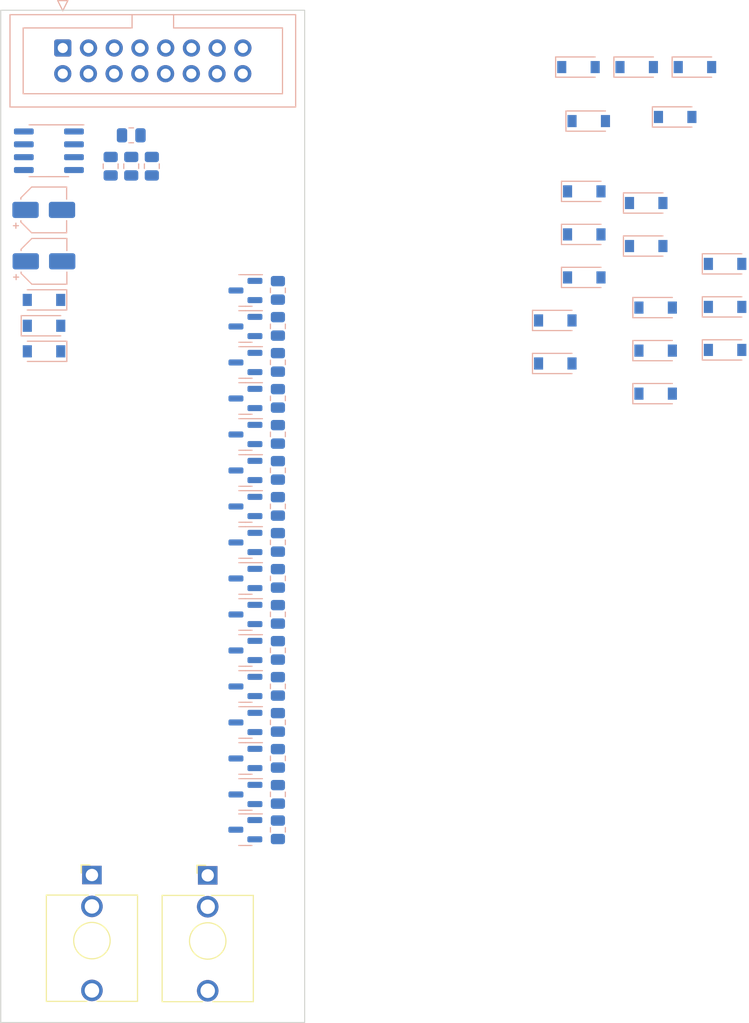
<source format=kicad_pcb>
(kicad_pcb (version 20211014) (generator pcbnew)
  (layers (0 "F.Cu" signal) (31 "B.Cu" signal) (34 "B.Paste" user) (35 "F.Paste" user) (36 "B.SilkS" user "B.Silkscreen") (37 "F.SilkS" user "F.Silkscreen") (38 "B.Mask" user) (39 "F.Mask" user) (44 "Edge.Cuts" user))
  (net 0 "")
  (net 1 "Net-(C1-Pad1)")
  (net 2 "Net-(C1-Pad2)")
  (net 3 "Net-(C2-Pad1)")
  (net 4 "GND")
  (net 5 "Net-(D3-Pad1)")
  (net 6 "Net-(D4-Pad1)")
  (net 7 "Net-(D5-Pad1)")
  (net 8 "Net-(D6-Pad1)")
  (net 9 "Net-(D7-Pad1)")
  (net 10 "Net-(D10-Pad2)")
  (net 11 "Net-(D9-Pad1)")
  (net 12 "Net-(D10-Pad1)")
  (net 13 "Net-(D12-Pad1)")
  (net 14 "Net-(D14-Pad1)")
  (net 15 "Net-(D16-Pad1)")
  (net 16 "Net-(D18-Pad1)")
  (net 17 "Net-(D20-Pad1)")
  (net 18 "Net-(D22-Pad1)")
  (net 19 "Net-(D24-Pad1)")
  (net 20 "Net-(D26-Pad1)")
  (net 21 "Net-(D28-Pad1)")
  (net 22 "Net-(D30-Pad1)")
  (net 23 "Net-(D32-Pad1)")
  (net 24 "IN")
  (net 25 "Net-(R1-Pad1)")
  (net 26 "Net-(R2-Pad2)")
  (net 27 "+5V")
  (net 28 "-12V")
  (net 29 "+12V")
  (net 35 "LED2")
  (net 36 "LED3")
  (net 37 "LED4")
  (net 38 "LED5")
  (net 39 "LED1")
  (net 40 "LED0")
  (net 41 "LED6")
  (net 42 "LED7")
  (net 43 "LED8")
  (net 44 "LED9")
  (net 45 "LED12")
  (net 46 "LED13")
  (net 47 "LED14")
  (net 48 "LED15")
  (net 49 "LED11")
  (net 50 "LED10")
  (net 51 "Net-(R20-Pad1)")
  (net 52 "Net-(R22-Pad1)")
  (net 53 "Net-(R4-Pad1)")
  (net 54 "Net-(R24-Pad1)")
  (net 55 "Net-(R6-Pad1)")
  (net 56 "Net-(R26-Pad1)")
  (net 57 "Net-(R8-Pad1)")
  (net 58 "Net-(R28-Pad1)")
  (net 59 "Net-(R10-Pad1)")
  (net 60 "Net-(R30-Pad1)")
  (net 61 "Net-(R12-Pad1)")
  (net 62 "Net-(R32-Pad1)")
  (net 63 "Net-(R14-Pad1)")
  (net 64 "Net-(R34-Pad1)")
  (net 65 "Net-(R16-Pad1)")
  (net 66 "Net-(R18-Pad1)")
  (footprint "LIBRARY-8-bit-computer:3.5mm-mono-jack-eurorack-2" (layer "F.Cu") (at 63.43 150.032)
    (fp_text reference "J1" hide)
    (fp_text value "AudioJack2_Ground" hide)
    (fp_line (start 4.5 -4.594) (end 0.35 -4.594) (layer "F.SilkS") (width 0.12))
    (fp_line (start -1.06 -7.574) (end -0.2 -7.574) (layer "F.SilkS") (width 0.12))
    (fp_line (start -4.5 -4.594) (end -4.5 5.906) (layer "F.SilkS") (width 0.12))
    (fp_line (start -0.5 5.906) (end -4.5 5.906) (layer "F.SilkS") (width 0.12))
    (fp_line (start -0.35 -4.594) (end -4.5 -4.594) (layer "F.SilkS") (width 0.12))
    (fp_line (start -1.06 -7.574) (end -1.06 -6.774) (layer "F.SilkS") (width 0.12))
    (fp_line (start 4.5 -4.594) (end 4.5 5.906) (layer "F.SilkS") (width 0.12))
    (fp_line (start 4.5 5.906) (end 0.5 5.906) (layer "F.SilkS") (width 0.12))
    (fp_circle (center 0 -0.094) (end 1.8 -0.094) (layer "F.SilkS") (width 0.12) (fill none))
    (pad "G" thru_hole rect (at 0 -6.574 180) (size 1.93 1.83) (drill 1.22) (layers *.Cu *.Mask) (net 4 "GND"))
    (pad "S" thru_hole circle (at 0 -3.474 180) (size 2.13 2.13) (drill 1.42) (layers *.Cu *.Mask) (net 24 "IN"))
    (pad "T" thru_hole circle (at 0 4.826 180) (size 2.13 2.13) (drill 1.43) (layers *.Cu *.Mask) (net 24 "IN"))
  )
  (footprint "LIBRARY-8-bit-computer:3.5mm-mono-jack-eurorack-2" (layer "F.Cu") (at 52 150)
    (fp_text reference "J2" hide)
    (fp_text value "AudioJack2_Ground" hide)
    (fp_line (start -4.5 -4.594) (end -4.5 5.906) (layer "F.SilkS") (width 0.12))
    (fp_line (start -0.5 5.906) (end -4.5 5.906) (layer "F.SilkS") (width 0.12))
    (fp_line (start -0.35 -4.594) (end -4.5 -4.594) (layer "F.SilkS") (width 0.12))
    (fp_line (start -1.06 -7.574) (end -0.2 -7.574) (layer "F.SilkS") (width 0.12))
    (fp_line (start 4.5 -4.594) (end 0.35 -4.594) (layer "F.SilkS") (width 0.12))
    (fp_line (start 4.5 5.906) (end 0.5 5.906) (layer "F.SilkS") (width 0.12))
    (fp_line (start 4.5 -4.594) (end 4.5 5.906) (layer "F.SilkS") (width 0.12))
    (fp_line (start -1.06 -7.574) (end -1.06 -6.774) (layer "F.SilkS") (width 0.12))
    (fp_circle (center 0 -0.094) (end 1.8 -0.094) (layer "F.SilkS") (width 0.12) (fill none))
    (pad "G" thru_hole rect (at 0 -6.574 180) (size 1.93 1.83) (drill 1.22) (layers *.Cu *.Mask) (net 4 "GND"))
    (pad "S" thru_hole circle (at 0 -3.474 180) (size 2.13 2.13) (drill 1.42) (layers *.Cu *.Mask) (net 24 "IN"))
    (pad "T" thru_hole circle (at 0 4.826 180) (size 2.13 2.13) (drill 1.43) (layers *.Cu *.Mask) (net 24 "IN"))
  )
  (footprint "Diode_SMD:D_SOD-123" (layer "B.Cu") (at 101.044 68.95)
    (fp_text reference "D7" hide)
    (fp_text value "1N4007" hide)
    (fp_line (start -2.25 -1) (end 1.65 -1) (layer "B.SilkS") (width 0.12))
    (fp_line (start -2.25 1) (end 1.65 1) (layer "B.SilkS") (width 0.12))
    (fp_line (start -2.25 1) (end -2.25 -1) (layer "B.SilkS") (width 0.12))
    (pad "1" smd rect locked (at -1.65 0) (size 0.9 1.2) (layers "B.Cu" "B.Paste" "B.Mask") (net 9 "Net-(D7-Pad1)"))
    (pad "2" smd rect locked (at 1.65 0) (size 0.9 1.2) (layers "B.Cu" "B.Paste" "B.Mask") (net 7 "Net-(D5-Pad1)"))
  )
  (footprint "LIBRARY-8-bit-computer:2222-SMD-SOT23-with-label" (layer "B.Cu") (at 67.3205 110.566 -90)
    (fp_text reference "Q1" hide)
    (fp_text value "2N2222_smd-stephen" hide)
    (fp_line (start -1.55 0.165) (end -1.55 -1.51) (layer "B.SilkS") (width 0.12))
    (fp_line (start -1.55 0.165) (end -1.55 0.815) (layer "B.SilkS") (width 0.12))
    (fp_line (start 1.57 0.165) (end 1.57 -0.485) (layer "B.SilkS") (width 0.12))
    (fp_line (start 1.57 0.165) (end 1.57 0.815) (layer "B.SilkS") (width 0.12))
    (pad "1" smd roundrect (at -0.94 -0.7725 180) (size 1.475 0.6) (layers "B.Cu" "B.Paste" "B.Mask") (net 51 "Net-(R20-Pad1)"))
    (pad "2" smd roundrect (at 0.96 -0.7725 180) (size 1.475 0.6) (layers "B.Cu" "B.Paste" "B.Mask") (net 4 "GND"))
    (pad "3" smd roundrect (at 0.01 1.1025 180) (size 1.475 0.6) (layers "B.Cu" "B.Paste" "B.Mask") (net 43 "LED8"))
  )
  (footprint "Diode_SMD:D_SOD-123" (layer "B.Cu") (at 100.028 63.616)
    (fp_text reference "D3" hide)
    (fp_text value "1N4007" hide)
    (fp_line (start -2.25 1) (end 1.65 1) (layer "B.SilkS") (width 0.12))
    (fp_line (start -2.25 -1) (end 1.65 -1) (layer "B.SilkS") (width 0.12))
    (fp_line (start -2.25 1) (end -2.25 -1) (layer "B.SilkS") (width 0.12))
    (pad "1" smd rect locked (at -1.65 0) (size 0.9 1.2) (layers "B.Cu" "B.Paste" "B.Mask") (net 5 "Net-(D3-Pad1)"))
    (pad "2" smd rect locked (at 1.65 0) (size 0.9 1.2) (layers "B.Cu" "B.Paste" "B.Mask") (net 23 "Net-(D32-Pad1)"))
  )
  (footprint "Diode_SMD:D_SOD-123" (layer "B.Cu") (at 111.528 63.616)
    (fp_text reference "D5" hide)
    (fp_text value "1N4007" hide)
    (fp_line (start -2.25 -1) (end 1.65 -1) (layer "B.SilkS") (width 0.12))
    (fp_line (start -2.25 1) (end -2.25 -1) (layer "B.SilkS") (width 0.12))
    (fp_line (start -2.25 1) (end 1.65 1) (layer "B.SilkS") (width 0.12))
    (pad "1" smd rect locked (at -1.65 0) (size 0.9 1.2) (layers "B.Cu" "B.Paste" "B.Mask") (net 7 "Net-(D5-Pad1)"))
    (pad "2" smd rect locked (at 1.65 0) (size 0.9 1.2) (layers "B.Cu" "B.Paste" "B.Mask") (net 5 "Net-(D3-Pad1)"))
  )
  (footprint "LIBRARY-8-bit-computer:2222-SMD-SOT23-with-label" (layer "B.Cu") (at 67.3205 114.122 -90)
    (fp_text reference "Q17" hide)
    (fp_text value "2N2222_smd-stephen" hide)
    (fp_line (start 1.57 0.165) (end 1.57 0.815) (layer "B.SilkS") (width 0.12))
    (fp_line (start -1.55 0.165) (end -1.55 0.815) (layer "B.SilkS") (width 0.12))
    (fp_line (start -1.55 0.165) (end -1.55 -1.51) (layer "B.SilkS") (width 0.12))
    (fp_line (start 1.57 0.165) (end 1.57 -0.485) (layer "B.SilkS") (width 0.12))
    (pad "1" smd roundrect (at -0.94 -0.7725 180) (size 1.475 0.6) (layers "B.Cu" "B.Paste" "B.Mask") (net 66 "Net-(R18-Pad1)"))
    (pad "2" smd roundrect (at 0.96 -0.7725 180) (size 1.475 0.6) (layers "B.Cu" "B.Paste" "B.Mask") (net 4 "GND"))
    (pad "3" smd roundrect (at 0.01 1.1025 180) (size 1.475 0.6) (layers "B.Cu" "B.Paste" "B.Mask") (net 42 "LED7"))
  )
  (footprint "LIBRARY-8-bit-computer:2222-SMD-SOT23-with-label" (layer "B.Cu") (at 67.3205 131.902 -90)
    (fp_text reference "Q7" hide)
    (fp_text value "2N2222_smd-stephen" hide)
    (fp_line (start 1.57 0.165) (end 1.57 -0.485) (layer "B.SilkS") (width 0.12))
    (fp_line (start 1.57 0.165) (end 1.57 0.815) (layer "B.SilkS") (width 0.12))
    (fp_line (start -1.55 0.165) (end -1.55 0.815) (layer "B.SilkS") (width 0.12))
    (fp_line (start -1.55 0.165) (end -1.55 -1.51) (layer "B.SilkS") (width 0.12))
    (pad "1" smd roundrect (at -0.94 -0.7725 180) (size 1.475 0.6) (layers "B.Cu" "B.Paste" "B.Mask") (net 57 "Net-(R8-Pad1)"))
    (pad "2" smd roundrect (at 0.96 -0.7725 180) (size 1.475 0.6) (layers "B.Cu" "B.Paste" "B.Mask") (net 4 "GND"))
    (pad "3" smd roundrect (at 0.01 1.1025 180) (size 1.475 0.6) (layers "B.Cu" "B.Paste" "B.Mask") (net 35 "LED2"))
  )
  (footprint "Diode_SMD:D_SOD-123" (layer "B.Cu") (at 97.742 88.644)
    (fp_text reference "D28" hide)
    (fp_text value "1N4007" hide)
    (fp_line (start -2.25 1) (end -2.25 -1) (layer "B.SilkS") (width 0.12))
    (fp_line (start -2.25 1) (end 1.65 1) (layer "B.SilkS") (width 0.12))
    (fp_line (start -2.25 -1) (end 1.65 -1) (layer "B.SilkS") (width 0.12))
    (pad "1" smd rect locked (at -1.65 0) (size 0.9 1.2) (layers "B.Cu" "B.Paste" "B.Mask") (net 21 "Net-(D28-Pad1)"))
    (pad "2" smd rect locked (at 1.65 0) (size 0.9 1.2) (layers "B.Cu" "B.Paste" "B.Mask") (net 20 "Net-(D26-Pad1)"))
  )
  (footprint "LIBRARY-8-bit-computer:2222-SMD-SOT23-with-label" (layer "B.Cu") (at 67.3205 85.674 -90)
    (fp_text reference "Q14" hide)
    (fp_text value "2N2222_smd-stephen" hide)
    (fp_line (start -1.55 0.165) (end -1.55 0.815) (layer "B.SilkS") (width 0.12))
    (fp_line (start 1.57 0.165) (end 1.57 0.815) (layer "B.SilkS") (width 0.12))
    (fp_line (start 1.57 0.165) (end 1.57 -0.485) (layer "B.SilkS") (width 0.12))
    (fp_line (start -1.55 0.165) (end -1.55 -1.51) (layer "B.SilkS") (width 0.12))
    (pad "1" smd roundrect (at -0.94 -0.7725 180) (size 1.475 0.6) (layers "B.Cu" "B.Paste" "B.Mask") (net 64 "Net-(R34-Pad1)"))
    (pad "2" smd roundrect (at 0.96 -0.7725 180) (size 1.475 0.6) (layers "B.Cu" "B.Paste" "B.Mask") (net 4 "GND"))
    (pad "3" smd roundrect (at 0.01 1.1025 180) (size 1.475 0.6) (layers "B.Cu" "B.Paste" "B.Mask") (net 48 "LED15"))
  )
  (footprint "Diode_SMD:D_SOD-123" (layer "B.Cu") (at 100.602 80.144)
    (fp_text reference "D6" hide)
    (fp_text value "1N4007" hide)
    (fp_line (start -2.25 1) (end -2.25 -1) (layer "B.SilkS") (width 0.12))
    (fp_line (start -2.25 -1) (end 1.65 -1) (layer "B.SilkS") (width 0.12))
    (fp_line (start -2.25 1) (end 1.65 1) (layer "B.SilkS") (width 0.12))
    (pad "1" smd rect locked (at -1.65 0) (size 0.9 1.2) (layers "B.Cu" "B.Paste" "B.Mask") (net 8 "Net-(D6-Pad1)"))
    (pad "2" smd rect locked (at 1.65 0) (size 0.9 1.2) (layers "B.Cu" "B.Paste" "B.Mask") (net 6 "Net-(D4-Pad1)"))
  )
  (footprint "Diode_SMD:D_SOD-123" (layer "B.Cu") (at 100.602 84.394)
    (fp_text reference "D10" hide)
    (fp_text value "1N4007" hide)
    (fp_line (start -2.25 -1) (end 1.65 -1) (layer "B.SilkS") (width 0.12))
    (fp_line (start -2.25 1) (end 1.65 1) (layer "B.SilkS") (width 0.12))
    (fp_line (start -2.25 1) (end -2.25 -1) (layer "B.SilkS") (width 0.12))
    (pad "1" smd rect locked (at -1.65 0) (size 0.9 1.2) (layers "B.Cu" "B.Paste" "B.Mask") (net 12 "Net-(D10-Pad1)"))
    (pad "2" smd rect locked (at 1.65 0) (size 0.9 1.2) (layers "B.Cu" "B.Paste" "B.Mask") (net 10 "Net-(D10-Pad2)"))
  )
  (footprint "LIBRARY-8-bit-computer:2222-SMD-SOT23-with-label" (layer "B.Cu") (at 67.3205 135.458 -90)
    (fp_text reference "Q5" hide)
    (fp_text value "2N2222_smd-stephen" hide)
    (fp_line (start -1.55 0.165) (end -1.55 -1.51) (layer "B.SilkS") (width 0.12))
    (fp_line (start -1.55 0.165) (end -1.55 0.815) (layer "B.SilkS") (width 0.12))
    (fp_line (start 1.57 0.165) (end 1.57 0.815) (layer "B.SilkS") (width 0.12))
    (fp_line (start 1.57 0.165) (end 1.57 -0.485) (layer "B.SilkS") (width 0.12))
    (pad "1" smd roundrect (at -0.94 -0.7725 180) (size 1.475 0.6) (layers "B.Cu" "B.Paste" "B.Mask") (net 55 "Net-(R6-Pad1)"))
    (pad "2" smd roundrect (at 0.96 -0.7725 180) (size 1.475 0.6) (layers "B.Cu" "B.Paste" "B.Mask") (net 4 "GND"))
    (pad "3" smd roundrect (at 0.01 1.1025 180) (size 1.475 0.6) (layers "B.Cu" "B.Paste" "B.Mask") (net 39 "LED1"))
  )
  (footprint "Resistor_SMD:R_0805_2012Metric" (layer "B.Cu") (at 70.358 99.898 90)
    (fp_text reference "R26" hide)
    (fp_text value "R_Small_US" hide)
    (fp_line (start -0.227064 -0.735) (end 0.227064 -0.735) (layer "B.SilkS") (width 0.12))
    (fp_line (start -0.227064 0.735) (end 0.227064 0.735) (layer "B.SilkS") (width 0.12))
    (pad "1" smd roundrect (at -0.9125 0 90) (size 1.025 1.4) (layers "B.Cu" "B.Paste" "B.Mask") (roundrect_rratio 0.243902) (net 56 "Net-(R26-Pad1)"))
    (pad "2" smd roundrect (at 0.9125 0 90) (size 1.025 1.4) (layers "B.Cu" "B.Paste" "B.Mask") (roundrect_rratio 0.243902) (net 19 "Net-(D24-Pad1)"))
  )
  (footprint "Diode_SMD:D_SOD-123" (layer "B.Cu") (at 47.266 86.614 180)
    (fp_text reference "D4" hide)
    (fp_text value "1N4007" hide)
    (fp_line (start -2.25 1) (end -2.25 -1) (layer "B.SilkS") (width 0.12))
    (fp_line (start -2.25 1) (end 1.65 1) (layer "B.SilkS") (width 0.12))
    (fp_line (start -2.25 -1) (end 1.65 -1) (layer "B.SilkS") (width 0.12))
    (pad "1" smd rect locked (at -1.65 0 180) (size 0.9 1.2) (layers "B.Cu" "B.Paste" "B.Mask") (net 6 "Net-(D4-Pad1)"))
    (pad "2" smd rect locked (at 1.65 0 180) (size 0.9 1.2) (layers "B.Cu" "B.Paste" "B.Mask") (net 3 "Net-(C2-Pad1)"))
  )
  (footprint "LIBRARY-8-bit-computer:2222-SMD-SOT23-with-label" (layer "B.Cu") (at 67.3205 92.786 -90)
    (fp_text reference "Q10" hide)
    (fp_text value "2N2222_smd-stephen" hide)
    (fp_line (start -1.55 0.165) (end -1.55 -1.51) (layer "B.SilkS") (width 0.12))
    (fp_line (start -1.55 0.165) (end -1.55 0.815) (layer "B.SilkS") (width 0.12))
    (fp_line (start 1.57 0.165) (end 1.57 0.815) (layer "B.SilkS") (width 0.12))
    (fp_line (start 1.57 0.165) (end 1.57 -0.485) (layer "B.SilkS") (width 0.12))
    (pad "1" smd roundrect (at -0.94 -0.7725 180) (size 1.475 0.6) (layers "B.Cu" "B.Paste" "B.Mask") (net 60 "Net-(R30-Pad1)"))
    (pad "2" smd roundrect (at 0.96 -0.7725 180) (size 1.475 0.6) (layers "B.Cu" "B.Paste" "B.Mask") (net 4 "GND"))
    (pad "3" smd roundrect (at 0.01 1.1025 180) (size 1.475 0.6) (layers "B.Cu" "B.Paste" "B.Mask") (net 46 "LED13"))
  )
  (footprint "LIBRARY-8-bit-computer:2222-SMD-SOT23-with-label" (layer "B.Cu") (at 67.3205 117.678 -90)
    (fp_text reference "Q15" hide)
    (fp_text value "2N2222_smd-stephen" hide)
    (fp_line (start 1.57 0.165) (end 1.57 -0.485) (layer "B.SilkS") (width 0.12))
    (fp_line (start -1.55 0.165) (end -1.55 -1.51) (layer "B.SilkS") (width 0.12))
    (fp_line (start -1.55 0.165) (end -1.55 0.815) (layer "B.SilkS") (width 0.12))
    (fp_line (start 1.57 0.165) (end 1.57 0.815) (layer "B.SilkS") (width 0.12))
    (pad "1" smd roundrect (at -0.94 -0.7725 180) (size 1.475 0.6) (layers "B.Cu" "B.Paste" "B.Mask") (net 65 "Net-(R16-Pad1)"))
    (pad "2" smd roundrect (at 0.96 -0.7725 180) (size 1.475 0.6) (layers "B.Cu" "B.Paste" "B.Mask") (net 4 "GND"))
    (pad "3" smd roundrect (at 0.01 1.1025 180) (size 1.475 0.6) (layers "B.Cu" "B.Paste" "B.Mask") (net 41 "LED6"))
  )
  (footprint "Resistor_SMD:R_0805_2012Metric" (layer "B.Cu") (at 70.358 92.786 90)
    (fp_text reference "R30" hide)
    (fp_text value "R_Small_US" hide)
    (fp_line (start -0.227064 0.735) (end 0.227064 0.735) (layer "B.SilkS") (width 0.12))
    (fp_line (start -0.227064 -0.735) (end 0.227064 -0.735) (layer "B.SilkS") (width 0.12))
    (pad "1" smd roundrect (at -0.9125 0 90) (size 1.025 1.4) (layers "B.Cu" "B.Paste" "B.Mask") (roundrect_rratio 0.243902) (net 60 "Net-(R30-Pad1)"))
    (pad "2" smd roundrect (at 0.9125 0 90) (size 1.025 1.4) (layers "B.Cu" "B.Paste" "B.Mask") (roundrect_rratio 0.243902) (net 21 "Net-(D28-Pad1)"))
  )
  (footprint "LIBRARY-8-bit-computer:2222-SMD-SOT23-with-label" (layer "B.Cu") (at 67.3205 96.342 -90)
    (fp_text reference "Q8" hide)
    (fp_text value "2N2222_smd-stephen" hide)
    (fp_line (start 1.57 0.165) (end 1.57 -0.485) (layer "B.SilkS") (width 0.12))
    (fp_line (start 1.57 0.165) (end 1.57 0.815) (layer "B.SilkS") (width 0.12))
    (fp_line (start -1.55 0.165) (end -1.55 -1.51) (layer "B.SilkS") (width 0.12))
    (fp_line (start -1.55 0.165) (end -1.55 0.815) (layer "B.SilkS") (width 0.12))
    (pad "1" smd roundrect (at -0.94 -0.7725 180) (size 1.475 0.6) (layers "B.Cu" "B.Paste" "B.Mask") (net 58 "Net-(R28-Pad1)"))
    (pad "2" smd roundrect (at 0.96 -0.7725 180) (size 1.475 0.6) (layers "B.Cu" "B.Paste" "B.Mask") (net 4 "GND"))
    (pad "3" smd roundrect (at 0.01 1.1025 180) (size 1.475 0.6) (layers "B.Cu" "B.Paste" "B.Mask") (net 45 "LED12"))
  )
  (footprint "LIBRARY-8-bit-computer:2222-SMD-SOT23-with-label" (layer "B.Cu") (at 67.3205 128.346 -90)
    (fp_text reference "Q9" hide)
    (fp_text value "2N2222_smd-stephen" hide)
    (fp_line (start 1.57 0.165) (end 1.57 -0.485) (layer "B.SilkS") (width 0.12))
    (fp_line (start -1.55 0.165) (end -1.55 -1.51) (layer "B.SilkS") (width 0.12))
    (fp_line (start 1.57 0.165) (end 1.57 0.815) (layer "B.SilkS") (width 0.12))
    (fp_line (start -1.55 0.165) (end -1.55 0.815) (layer "B.SilkS") (width 0.12))
    (pad "1" smd roundrect (at -0.94 -0.7725 180) (size 1.475 0.6) (layers "B.Cu" "B.Paste" "B.Mask") (net 59 "Net-(R10-Pad1)"))
    (pad "2" smd roundrect (at 0.96 -0.7725 180) (size 1.475 0.6) (layers "B.Cu" "B.Paste" "B.Mask") (net 4 "GND"))
    (pad "3" smd roundrect (at 0.01 1.1025 180) (size 1.475 0.6) (layers "B.Cu" "B.Paste" "B.Mask") (net 36 "LED3"))
  )
  (footprint "Diode_SMD:D_SOD-123" (layer "B.Cu") (at 107.648 95.874)
    (fp_text reference "D18" hide)
    (fp_text value "1N4007" hide)
    (fp_line (start -2.25 -1) (end 1.65 -1) (layer "B.SilkS") (width 0.12))
    (fp_line (start -2.25 1) (end -2.25 -1) (layer "B.SilkS") (width 0.12))
    (fp_line (start -2.25 1) (end 1.65 1) (layer "B.SilkS") (width 0.12))
    (pad "1" smd rect locked (at -1.65 0) (size 0.9 1.2) (layers "B.Cu" "B.Paste" "B.Mask") (net 16 "Net-(D18-Pad1)"))
    (pad "2" smd rect locked (at 1.65 0) (size 0.9 1.2) (layers "B.Cu" "B.Paste" "B.Mask") (net 15 "Net-(D16-Pad1)"))
  )
  (footprint "Resistor_SMD:R_0805_2012Metric" (layer "B.Cu") (at 70.358 135.458 90)
    (fp_text reference "R6" hide)
    (fp_text value "R_Small_US" hide)
    (fp_line (start -0.227064 -0.735) (end 0.227064 -0.735) (layer "B.SilkS") (width 0.12))
    (fp_line (start -0.227064 0.735) (end 0.227064 0.735) (layer "B.SilkS") (width 0.12))
    (pad "1" smd roundrect (at -0.9125 0 90) (size 1.025 1.4) (layers "B.Cu" "B.Paste" "B.Mask") (roundrect_rratio 0.243902) (net 55 "Net-(R6-Pad1)"))
    (pad "2" smd roundrect (at 0.9125 0 90) (size 1.025 1.4) (layers "B.Cu" "B.Paste" "B.Mask") (roundrect_rratio 0.243902) (net 6 "Net-(D4-Pad1)"))
  )
  (footprint "LIBRARY-8-bit-computer:2222-SMD-SOT23-with-label" (layer "B.Cu") (at 67.3205 89.23 -90)
    (fp_text reference "Q12" hide)
    (fp_text value "2N2222_smd-stephen" hide)
    (fp_line (start -1.55 0.165) (end -1.55 0.815) (layer "B.SilkS") (width 0.12))
    (fp_line (start 1.57 0.165) (end 1.57 -0.485) (layer "B.SilkS") (width 0.12))
    (fp_line (start 1.57 0.165) (end 1.57 0.815) (layer "B.SilkS") (width 0.12))
    (fp_line (start -1.55 0.165) (end -1.55 -1.51) (layer "B.SilkS") (width 0.12))
    (pad "1" smd roundrect (at -0.94 -0.7725 180) (size 1.475 0.6) (layers "B.Cu" "B.Paste" "B.Mask") (net 62 "Net-(R32-Pad1)"))
    (pad "2" smd roundrect (at 0.96 -0.7725 180) (size 1.475 0.6) (layers "B.Cu" "B.Paste" "B.Mask") (net 4 "GND"))
    (pad "3" smd roundrect (at 0.01 1.1025 180) (size 1.475 0.6) (layers "B.Cu" "B.Paste" "B.Mask") (net 47 "LED14"))
  )
  (footprint "Resistor_SMD:R_0805_2012Metric" (layer "B.Cu") (at 55.88 73.406 -90)
    (fp_text reference "R1" hide)
    (fp_text value "R_Small_US" hide)
    (fp_line (start -0.227064 0.735) (end 0.227064 0.735) (layer "B.SilkS") (width 0.12))
    (fp_line (start -0.227064 -0.735) (end 0.227064 -0.735) (layer "B.SilkS") (width 0.12))
    (pad "1" smd roundrect (at -0.9125 0 270) (size 1.025 1.4) (layers "B.Cu" "B.Paste" "B.Mask") (roundrect_rratio 0.243902) (net 25 "Net-(R1-Pad1)"))
    (pad "2" smd roundrect (at 0.9125 0 270) (size 1.025 1.4) (layers "B.Cu" "B.Paste" "B.Mask") (roundrect_rratio 0.243902) (net 4 "GND"))
  )
  (footprint "Resistor_SMD:R_0805_2012Metric" (layer "B.Cu") (at 70.358 117.678 90)
    (fp_text reference "R16" hide)
    (fp_text value "R_Small_US" hide)
    (fp_line (start -0.227064 -0.735) (end 0.227064 -0.735) (layer "B.SilkS") (width 0.12))
    (fp_line (start -0.227064 0.735) (end 0.227064 0.735) (layer "B.SilkS") (width 0.12))
    (pad "1" smd roundrect (at -0.9125 0 90) (size 1.025 1.4) (layers "B.Cu" "B.Paste" "B.Mask") (roundrect_rratio 0.243902) (net 65 "Net-(R16-Pad1)"))
    (pad "2" smd roundrect (at 0.9125 0 90) (size 1.025 1.4) (layers "B.Cu" "B.Paste" "B.Mask") (roundrect_rratio 0.243902) (net 14 "Net-(D14-Pad1)"))
  )
  (footprint "Package_SO:SOIC-8_3.9x4.9mm_P1.27mm" (layer "B.Cu") (at 47.752 71.882 180)
    (fp_text reference "U2" hide)
    (fp_text value "TL072" hide)
    (fp_line (start 0 2.56) (end -3.45 2.56) (layer "B.SilkS") (width 0.12))
    (fp_line (start 0 -2.56) (end -1.95 -2.56) (layer "B.SilkS") (width 0.12))
    (fp_line (start 0 -2.56) (end 1.95 -2.56) (layer "B.SilkS") (width 0.12))
    (fp_line (start 0 2.56) (end 1.95 2.56) (layer "B.SilkS") (width 0.12))
    (pad "1" smd roundrect locked (at -2.475 1.905 180) (size 1.95 0.6) (layers "B.Cu" "B.Paste" "B.Mask") (net 2 "Net-(C1-Pad2)"))
    (pad "2" smd roundrect locked (at -2.475 0.635 180) (size 1.95 0.6) (layers "B.Cu" "B.Paste" "B.Mask") (net 25 "Net-(R1-Pad1)"))
    (pad "3" smd roundrect locked (at -2.475 -0.635 180) (size 1.95 0.6) (layers "B.Cu" "B.Paste" "B.Mask") (net 26 "Net-(R2-Pad2)"))
    (pad "4" smd roundrect locked (at -2.475 -1.905 180) (size 1.95 0.6) (layers "B.Cu" "B.Paste" "B.Mask") (net 28 "-12V"))
    (pad "5" smd roundrect locked (at 2.475 -1.905 180) (size 1.95 0.6) (layers "B.Cu" "B.Paste" "B.Mask"))
    (pad "6" smd roundrect locked (at 2.475 -0.635 180) (size 1.95 0.6) (layers "B.Cu" "B.Paste" "B.Mask"))
    (pad "7" smd roundrect locked (at 2.475 0.635 180) (size 1.95 0.6) (layers "B.Cu" "B.Paste" "B.Mask"))
    (pad "8" smd roundrect locked (at 2.475 1.905 180) (size 1.95 0.6) (layers "B.Cu" "B.Paste" "B.Mask") (net 29 "+12V"))
  )
  (footprint "Resistor_SMD:R_0805_2012Metric" (layer "B.Cu") (at 70.358 124.79 90)
    (fp_text reference "R12" hide)
    (fp_text value "R_Small_US" hide)
    (fp_line (start -0.227064 0.735) (end 0.227064 0.735) (layer "B.SilkS") (width 0.12))
    (fp_line (start -0.227064 -0.735) (end 0.227064 -0.735) (layer "B.SilkS") (width 0.12))
    (pad "1" smd roundrect (at -0.9125 0 90) (size 1.025 1.4) (layers "B.Cu" "B.Paste" "B.Mask") (roundrect_rratio 0.243902) (net 61 "Net-(R12-Pad1)"))
    (pad "2" smd roundrect (at 0.9125 0 90) (size 1.025 1.4) (layers "B.Cu" "B.Paste" "B.Mask") (roundrect_rratio 0.243902) (net 12 "Net-(D10-Pad1)"))
  )
  (footprint "LIBRARY-8-bit-computer:2222-SMD-SOT23-with-label" (layer "B.Cu") (at 67.3205 103.454 -90)
    (fp_text reference "Q4" hide)
    (fp_text value "2N2222_smd-stephen" hide)
    (fp_line (start 1.57 0.165) (end 1.57 -0.485) (layer "B.SilkS") (width 0.12))
    (fp_line (start -1.55 0.165) (end -1.55 -1.51) (layer "B.SilkS") (width 0.12))
    (fp_line (start 1.57 0.165) (end 1.57 0.815) (layer "B.SilkS") (width 0.12))
    (fp_line (start -1.55 0.165) (end -1.55 0.815) (layer "B.SilkS") (width 0.12))
    (pad "1" smd roundrect (at -0.94 -0.7725 180) (size 1.475 0.6) (layers "B.Cu" "B.Paste" "B.Mask") (net 54 "Net-(R24-Pad1)"))
    (pad "2" smd roundrect (at 0.96 -0.7725 180) (size 1.475 0.6) (layers "B.Cu" "B.Paste" "B.Mask") (net 4 "GND"))
    (pad "3" smd roundrect (at 0.01 1.1025 180) (size 1.475 0.6) (layers "B.Cu" "B.Paste" "B.Mask") (net 50 "LED10"))
  )
  (footprint "Diode_SMD:D_SOD-123" (layer "B.Cu") (at 107.648 87.374)
    (fp_text reference "D30" hide)
    (fp_text value "1N4007" hide)
    (fp_line (start -2.25 1) (end 1.65 1) (layer "B.SilkS") (width 0.12))
    (fp_line (start -2.25 1) (end -2.25 -1) (layer "B.SilkS") (width 0.12))
    (fp_line (start -2.25 -1) (end 1.65 -1) (layer "B.SilkS") (width 0.12))
    (pad "1" smd rect locked (at -1.65 0) (size 0.9 1.2) (layers "B.Cu" "B.Paste" "B.Mask") (net 22 "Net-(D30-Pad1)"))
    (pad "2" smd rect locked (at 1.65 0) (size 0.9 1.2) (layers "B.Cu" "B.Paste" "B.Mask") (net 21 "Net-(D28-Pad1)"))
  )
  (footprint "Resistor_SMD:R_0805_2012Metric" (layer "B.Cu") (at 53.848 73.406 90)
    (fp_text reference "R2" hide)
    (fp_text value "R_Small_US" hide)
    (fp_line (start -0.227064 0.735) (end 0.227064 0.735) (layer "B.SilkS") (width 0.12))
    (fp_line (start -0.227064 -0.735) (end 0.227064 -0.735) (layer "B.SilkS") (width 0.12))
    (pad "1" smd roundrect (at -0.9125 0 90) (size 1.025 1.4) (layers "B.Cu" "B.Paste" "B.Mask") (roundrect_rratio 0.243902) (net 24 "IN"))
    (pad "2" smd roundrect (at 0.9125 0 90) (size 1.025 1.4) (layers "B.Cu" "B.Paste" "B.Mask") (roundrect_rratio 0.243902) (net 26 "Net-(R2-Pad2)"))
  )
  (footprint "Resistor_SMD:R_0805_2012Metric" (layer "B.Cu") (at 70.358 85.674 90)
    (fp_text reference "R34" hide)
    (fp_text value "R_Small_US" hide)
    (fp_line (start -0.227064 0.735) (end 0.227064 0.735) (layer "B.SilkS") (width 0.12))
    (fp_line (start -0.227064 -0.735) (end 0.227064 -0.735) (layer "B.SilkS") (width 0.12))
    (pad "1" smd roundrect (at -0.9125 0 90) (size 1.025 1.4) (layers "B.Cu" "B.Paste" "B.Mask") (roundrect_rratio 0.243902) (net 64 "Net-(R34-Pad1)"))
    (pad "2" smd roundrect (at 0.9125 0 90) (size 1.025 1.4) (layers "B.Cu" "B.Paste" "B.Mask") (roundrect_rratio 0.243902) (net 23 "Net-(D32-Pad1)"))
  )
  (footprint "LIBRARY-8-bit-computer:IDC-Socket-Eurorack_16p_2.54mm" (layer "B.Cu") (at 58 63 90)
    (fp_text reference "U1" hide)
    (fp_text value "Eurorack_IDE_16P" hide)
    (fp_line (start 4.56 -2.038) (end 3.25 -2.038) (layer "B.SilkS") (width 0.12))
    (fp_line (start 5.95 -8.378) (end 4.95 -8.878) (layer "B.SilkS") (width 0.12))
    (fp_line (start -4.56 -14.088) (end -4.56 14.112) (layer "B.SilkS") (width 0.12))
    (fp_line (start 3.25 -2.038) (end 3.25 -12.788) (layer "B.SilkS") (width 0.12))
    (fp_line (start 5.95 -9.378) (end 5.95 -8.378) (layer "B.SilkS") (width 0.12))
    (fp_line (start 4.56 -14.088) (end -4.56 -14.088) (layer "B.SilkS") (width 0.12))
    (fp_line (start 3.25 12.812) (end 3.25 2.062) (layer "B.SilkS") (width 0.12))
    (fp_line (start -4.56 14.112) (end 4.56 14.112) (layer "B.SilkS") (width 0.12))
    (fp_line (start 4.95 -8.878) (end 5.95 -9.378) (layer "B.SilkS") (width 0.12))
    (fp_line (start 3.25 -12.788) (end -3.25 -12.788) (layer "B.SilkS") (width 0.12))
    (fp_line (start -3.25 12.812) (end 3.25 12.812) (layer "B.SilkS") (width 0.12))
    (fp_line (start 4.56 14.112) (end 4.56 -14.088) (layer "B.SilkS") (width 0.12))
    (fp_line (start -3.25 -12.788) (end -3.25 12.812) (layer "B.SilkS") (width 0.12))
    (fp_line (start 3.25 2.062) (end 4.56 2.062) (layer "B.SilkS") (width 0.12))
    (fp_line (start 3.25 2.062) (end 3.25 2.062) (layer "B.SilkS") (width 0.12))
    (pad "1" thru_hole circle (at -1.27 -8.878 270) (size 1.7 1.7) (drill 1) (layers *.Cu *.Mask) (net 28 "-12V"))
    (pad "1" thru_hole roundrect (at 1.27 -8.878 270) (size 1.7 1.7) (drill 1) (layers *.Cu *.Mask) (roundrect_rratio 0.147059) (net 28 "-12V"))
    (pad "2" thru_hole circle (at -1.27 -6.35 270) (size 1.7 1.7) (drill 1) (layers *.Cu *.Mask) (net 4 "GND"))
    (pad "2" thru_hole circle (at 1.27 -6.338 270) (size 1.7 1.7) (drill 1) (layers *.Cu *.Mask) (net 4 "GND"))
    (pad "3" thru_hole circle (at -1.27 -3.81 270) (size 1.7 1.7) (drill 1) (layers *.Cu *.Mask) (net 4 "GND"))
    (pad "3" thru_hole circle (at 1.27 -3.798 270) (size 1.7 1.7) (drill 1) (layers *.Cu *.Mask) (net 4 "GND"))
    (pad "4" thru_hole circle (at 1.27 -1.258 270) (size 1.7 1.7) (drill 1) (layers *.Cu *.Mask) (net 4 "GND"))
    (pad "4" thru_hole circle (at -1.27 -1.27 270) (size 1.7 1.7) (drill 1) (layers *.Cu *.Mask) (net 4 "GND"))
    (pad "5" thru_hole circle (at 1.27 1.282 270) (size 1.7 1.7) (drill 1) (layers *.Cu *.Mask) (net 29 "+12V"))
    (pad "5" thru_hole circle (at -1.27 1.27 270) (size 1.7 1.7) (drill 1) (layers *.Cu *.Mask) (net 29 "+12V"))
    (pad "6" thru_hole circle (at -1.27 3.81 270) (size 1.7 1.7) (drill 1) (layers *.Cu *.Mask) (net 27 "+5V"))
    (pad "6" thru_hole circle (at 1.27 3.822 270) (size 1.7 1.7) (drill 1) (layers *.Cu *.Mask) (net 27 "+5V"))
    (pad "7" thru_hole circle (at 1.27 6.362 270) (size 1.7 1.7) (drill 1) (layers *.Cu *.Mask))
    (pad "7" thru_hole circle (at -1.27 6.35 270) (size 1.7 1.7) (drill 1) (layers *.Cu *.Mask))
    (pad "8" thru_hole circle (at 1.27 8.902 270) (size 1.7 1.7) (drill 1) (layers *.Cu *.Mask))
    (pad "8" thru_hole circle (at -1.27 8.89 270) (size 1.7 1.7) (drill 1) (layers *.Cu *.Mask))
  )
  (footprint "Resistor_SMD:R_0805_2012Metric" (layer "B.Cu") (at 70.358 110.566 90)
    (fp_text reference "R20" hide)
    (fp_text value "R_Small_US" hide)
    (fp_line (start -0.227064 0.735) (end 0.227064 0.735) (layer "B.SilkS") (width 0.12))
    (fp_line (start -0.227064 -0.735) (end 0.227064 -0.735) (layer "B.SilkS") (width 0.12))
    (pad "1" smd roundrect (at -0.9125 0 90) (size 1.025 1.4) (layers "B.Cu" "B.Paste" "B.Mask") (roundrect_rratio 0.243902) (net 51 "Net-(R20-Pad1)"))
    (pad "2" smd roundrect (at 0.9125 0 90) (size 1.025 1.4) (layers "B.Cu" "B.Paste" "B.Mask") (roundrect_rratio 0.243902) (net 16 "Net-(D18-Pad1)"))
  )
  (footprint "Capacitor_SMD:CP_Elec_4x5.4" (layer "B.Cu") (at 47.266 82.804)
    (fp_text reference "C2" hide)
    (fp_text value "C_Polarized_Small_US" hide)
    (fp_line (start -1.195563 -2.26) (end 2.26 -2.26) (layer "B.SilkS") (width 0.12))
    (fp_line (start 2.26 2.26) (end 2.26 1.06) (layer "B.SilkS") (width 0.12))
    (fp_line (start 2.26 -2.26) (end 2.26 -1.06) (layer "B.SilkS") (width 0.12))
    (fp_line (start -1.195563 2.26) (end 2.26 2.26) (layer "B.SilkS") (width 0.12))
    (fp_line (start -2.26 -1.195563) (end -1.195563 -2.26) (layer "B.SilkS") (width 0.12))
    (fp_line (start -3 1.56) (end -2.5 1.56) (layer "B.SilkS") (width 0.12))
    (fp_line (start -2.75 1.81) (end -2.75 1.31) (layer "B.SilkS") (width 0.12))
    (fp_line (start -2.26 1.195563) (end -2.26 1.06) (layer "B.SilkS") (width 0.12))
    (fp_line (start -2.26 -1.195563) (end -2.26 -1.06) (layer "B.SilkS") (width 0.12))
    (fp_line (start -2.26 1.195563) (end -1.195563 2.26) (layer "B.SilkS") (width 0.12))
    (pad "1" smd roundrect locked (at -1.8 0) (size 2.6 1.6) (layers "B.Cu" "B.Paste" "B.Mask") (roundrect_rratio 0.15625) (net 3 "Net-(C2-Pad1)"))
    (pad "2" smd roundrect locked (at 1.8 0) (size 2.6 1.6) (layers "B.Cu" "B.Paste" "B.Mask") (roundrect_rratio 0.15625) (net 4 "GND"))
  )
  (footprint "Diode_SMD:D_SOD-123" (layer "B.Cu") (at 114.506 91.556)
    (fp_text reference "D32" hide)
    (fp_text value "1N4007" hide)
    (fp_line (start -2.25 -1) (end 1.65 -1) (layer "B.SilkS") (width 0.12))
    (fp_line (start -2.25 1) (end 1.65 1) (layer "B.SilkS") (width 0.12))
    (fp_line (start -2.25 1) (end -2.25 -1) (layer "B.SilkS") (width 0.12))
    (pad "1" smd rect locked (at -1.65 0) (size 0.9 1.2) (layers "B.Cu" "B.Paste" "B.Mask") (net 23 "Net-(D32-Pad1)"))
    (pad "2" smd rect locked (at 1.65 0) (size 0.9 1.2) (layers "B.Cu" "B.Paste" "B.Mask") (net 22 "Net-(D30-Pad1)"))
  )
  (footprint "Resistor_SMD:R_0805_2012Metric" (layer "B.Cu") (at 70.358 107.01 90)
    (fp_text reference "R22" hide)
    (fp_text value "R_Small_US" hide)
    (fp_line (start -0.227064 0.735) (end 0.227064 0.735) (layer "B.SilkS") (width 0.12))
    (fp_line (start -0.227064 -0.735) (end 0.227064 -0.735) (layer "B.SilkS") (width 0.12))
    (pad "1" smd roundrect (at -0.9125 0 90) (size 1.025 1.4) (layers "B.Cu" "B.Paste" "B.Mask") (roundrect_rratio 0.243902) (net 52 "Net-(R22-Pad1)"))
    (pad "2" smd roundrect (at 0.9125 0 90) (size 1.025 1.4) (layers "B.Cu" "B.Paste" "B.Mask") (roundrect_rratio 0.243902) (net 17 "Net-(D20-Pad1)"))
  )
  (footprint "Resistor_SMD:R_0805_2012Metric" (layer "B.Cu") (at 70.358 89.23 90)
    (fp_text reference "R32" hide)
    (fp_text value "R_Small_US" hide)
    (fp_line (start -0.227064 -0.735) (end 0.227064 -0.735) (layer "B.SilkS") (width 0.12))
    (fp_line (start -0.227064 0.735) (end 0.227064 0.735) (layer "B.SilkS") (width 0.12))
    (pad "1" smd roundrect (at -0.9125 0 90) (size 1.025 1.4) (layers "B.Cu" "B.Paste" "B.Mask") (roundrect_rratio 0.243902) (net 62 "Net-(R32-Pad1)"))
    (pad "2" smd roundrect (at 0.9125 0 90) (size 1.025 1.4) (layers "B.Cu" "B.Paste" "B.Mask") (roundrect_rratio 0.243902) (net 22 "Net-(D30-Pad1)"))
  )
  (footprint "LIBRARY-8-bit-computer:2222-SMD-SOT23-with-label" (layer "B.Cu") (at 67.31 138.938 -90)
    (fp_text reference "Q3" hide)
    (fp_text value "2N2222_smd-stephen" hide)
    (fp_line (start -1.55 0.165) (end -1.55 -1.51) (layer "B.SilkS") (width 0.12))
    (fp_line (start -1.55 0.165) (end -1.55 0.815) (layer "B.SilkS") (width 0.12))
    (fp_line (start 1.57 0.165) (end 1.57 -0.485) (layer "B.SilkS") (width 0.12))
    (fp_line (start 1.57 0.165) (end 1.57 0.815) (layer "B.SilkS") (width 0.12))
    (pad "1" smd roundrect (at -0.94 -0.7725 180) (size 1.475 0.6) (layers "B.Cu" "B.Paste" "B.Mask") (net 53 "Net-(R4-Pad1)"))
    (pad "2" smd roundrect (at 0.96 -0.7725 180) (size 1.475 0.6) (layers "B.Cu" "B.Paste" "B.Mask") (net 4 "GND"))
    (pad "3" smd roundrect (at 0.01 1.1025 180) (size 1.475 0.6) (layers "B.Cu" "B.Paste" "B.Mask") (net 40 "LED0"))
  )
  (footprint "Resistor_SMD:R_0805_2012Metric" (layer "B.Cu") (at 70.358 103.454 90)
    (fp_text reference "R24" hide)
    (fp_text value "R_Small_US" hide)
    (fp_line (start -0.227064 0.735) (end 0.227064 0.735) (layer "B.SilkS") (width 0.12))
    (fp_line (start -0.227064 -0.735) (end 0.227064 -0.735) (layer "B.SilkS") (width 0.12))
    (pad "1" smd roundrect (at -0.9125 0 90) (size 1.025 1.4) (layers "B.Cu" "B.Paste" "B.Mask") (roundrect_rratio 0.243902) (net 54 "Net-(R24-Pad1)"))
    (pad "2" smd roundrect (at 0.9125 0 90) (size 1.025 1.4) (layers "B.Cu" "B.Paste" "B.Mask") (roundrect_rratio 0.243902) (net 18 "Net-(D22-Pad1)"))
  )
  (footprint "Diode_SMD:D_SOD-123" (layer "B.Cu") (at 97.742 92.894)
    (fp_text reference "D20" hide)
    (fp_text value "1N4007" hide)
    (fp_line (start -2.25 1) (end 1.65 1) (layer "B.SilkS") (width 0.12))
    (fp_line (start -2.25 1) (end -2.25 -1) (layer "B.SilkS") (width 0.12))
    (fp_line (start -2.25 -1) (end 1.65 -1) (layer "B.SilkS") (width 0.12))
    (pad "1" smd rect locked (at -1.65 0) (size 0.9 1.2) (layers "B.Cu" "B.Paste" "B.Mask") (net 17 "Net-(D20-Pad1)"))
    (pad "2" smd rect locked (at 1.65 0) (size 0.9 1.2) (layers "B.Cu" "B.Paste" "B.Mask") (net 16 "Net-(D18-Pad1)"))
  )
  (footprint "Diode_SMD:D_SOD-123" (layer "B.Cu") (at 106.718 81.294)
    (fp_text reference "D24" hide)
    (fp_text value "1N4007" hide)
    (fp_line (start -2.25 -1) (end 1.65 -1) (layer "B.SilkS") (width 0.12))
    (fp_line (start -2.25 1) (end -2.25 -1) (layer "B.SilkS") (width 0.12))
    (fp_line (start -2.25 1) (end 1.65 1) (layer "B.SilkS") (width 0.12))
    (pad "1" smd rect locked (at -1.65 0) (size 0.9 1.2) (layers "B.Cu" "B.Paste" "B.Mask") (net 19 "Net-(D24-Pad1)"))
    (pad "2" smd rect locked (at 1.65 0) (size 0.9 1.2) (layers "B.Cu" "B.Paste" "B.Mask") (net 18 "Net-(D22-Pad1)"))
  )
  (footprint "Resistor_SMD:R_0805_2012Metric" (layer "B.Cu") (at 57.912 73.406 90)
    (fp_text reference "R3" hide)
    (fp_text value "R_Small_US" hide)
    (fp_line (start -0.227064 0.735) (end 0.227064 0.735) (layer "B.SilkS") (width 0.12))
    (fp_line (start -0.227064 -0.735) (end 0.227064 -0.735) (layer "B.SilkS") (width 0.12))
    (pad "1" smd roundrect (at -0.9125 0 90) (size 1.025 1.4) (layers "B.Cu" "B.Paste" "B.Mask") (roundrect_rratio 0.243902) (net 2 "Net-(C1-Pad2)"))
    (pad "2" smd roundrect (at 0.9125 0 90) (size 1.025 1.4) (layers "B.Cu" "B.Paste" "B.Mask") (roundrect_rratio 0.243902) (net 25 "Net-(R1-Pad1)"))
  )
  (footprint "Resistor_SMD:R_0805_2012Metric" (layer "B.Cu") (at 70.358 128.346 90)
    (fp_text reference "R10" hide)
    (fp_text value "R_Small_US" hide)
    (fp_line (start -0.227064 -0.735) (end 0.227064 -0.735) (layer "B.SilkS") (width 0.12))
    (fp_line (start -0.227064 0.735) (end 0.227064 0.735) (layer "B.SilkS") (width 0.12))
    (pad "1" smd roundrect (at -0.9125 0 90) (size 1.025 1.4) (layers "B.Cu" "B.Paste" "B.Mask") (roundrect_rratio 0.243902) (net 59 "Net-(R10-Pad1)"))
    (pad "2" smd roundrect (at 0.9125 0 90) (size 1.025 1.4) (layers "B.Cu" "B.Paste" "B.Mask") (roundrect_rratio 0.243902) (net 10 "Net-(D10-Pad2)"))
  )
  (footprint "Diode_SMD:D_SOD-123" (layer "B.Cu") (at 114.506 87.306)
    (fp_text reference "D8" hide)
    (fp_text value "1N4007" hide)
    (fp_line (start -2.25 1) (end -2.25 -1) (layer "B.SilkS") (width 0.12))
    (fp_line (start -2.25 1) (end 1.65 1) (layer "B.SilkS") (width 0.12))
    (fp_line (start -2.25 -1) (end 1.65 -1) (layer "B.SilkS") (width 0.12))
    (pad "1" smd rect locked (at -1.65 0) (size 0.9 1.2) (layers "B.Cu" "B.Paste" "B.Mask") (net 10 "Net-(D10-Pad2)"))
    (pad "2" smd rect locked (at 1.65 0) (size 0.9 1.2) (layers "B.Cu" "B.Paste" "B.Mask") (net 8 "Net-(D6-Pad1)"))
  )
  (footprint "LIBRARY-8-bit-computer:2222-SMD-SOT23-with-label" (layer "B.Cu") (at 67.3205 124.79 -90)
    (fp_text reference "Q11" hide)
    (fp_text value "2N2222_smd-stephen" hide)
    (fp_line (start 1.57 0.165) (end 1.57 -0.485) (layer "B.SilkS") (width 0.12))
    (fp_line (start 1.57 0.165) (end 1.57 0.815) (layer "B.SilkS") (width 0.12))
    (fp_line (start -1.55 0.165) (end -1.55 0.815) (layer "B.SilkS") (width 0.12))
    (fp_line (start -1.55 0.165) (end -1.55 -1.51) (layer "B.SilkS") (width 0.12))
    (pad "1" smd roundrect (at -0.94 -0.7725 180) (size 1.475 0.6) (layers "B.Cu" "B.Paste" "B.Mask") (net 61 "Net-(R12-Pad1)"))
    (pad "2" smd roundrect (at 0.96 -0.7725 180) (size 1.475 0.6) (layers "B.Cu" "B.Paste" "B.Mask") (net 4 "GND"))
    (pad "3" smd roundrect (at 0.01 1.1025 180) (size 1.475 0.6) (layers "B.Cu" "B.Paste" "B.Mask") (net 37 "LED4"))
  )
  (footprint "Diode_SMD:D_SOD-123" (layer "B.Cu") (at 105.778 63.616)
    (fp_text reference "D9" hide)
    (fp_text value "1N4007" hide)
    (fp_line (start -2.25 1) (end -2.25 -1) (layer "B.SilkS") (width 0.12))
    (fp_line (start -2.25 1) (end 1.65 1) (layer "B.SilkS") (width 0.12))
    (fp_line (start -2.25 -1) (end 1.65 -1) (layer "B.SilkS") (width 0.12))
    (pad "1" smd rect locked (at -1.65 0) (size 0.9 1.2) (layers "B.Cu" "B.Paste" "B.Mask") (net 11 "Net-(D9-Pad1)"))
    (pad "2" smd rect locked (at 1.65 0) (size 0.9 1.2) (layers "B.Cu" "B.Paste" "B.Mask") (net 9 "Net-(D7-Pad1)"))
  )
  (footprint "LIBRARY-8-bit-computer:2222-SMD-SOT23-with-label" (layer "B.Cu") (at 67.3205 99.898 -90)
    (fp_text reference "Q6" hide)
    (fp_text value "2N2222_smd-stephen" hide)
    (fp_line (start 1.57 0.165) (end 1.57 0.815) (layer "B.SilkS") (width 0.12))
    (fp_line (start -1.55 0.165) (end -1.55 0.815) (layer "B.SilkS") (width 0.12))
    (fp_line (start 1.57 0.165) (end 1.57 -0.485) (layer "B.SilkS") (width 0.12))
    (fp_line (start -1.55 0.165) (end -1.55 -1.51) (layer "B.SilkS") (width 0.12))
    (pad "1" smd roundrect (at -0.94 -0.7725 180) (size 1.475 0.6) (layers "B.Cu" "B.Paste" "B.Mask") (net 56 "Net-(R26-Pad1)"))
    (pad "2" smd roundrect (at 0.96 -0.7725 180) (size 1.475 0.6) (layers "B.Cu" "B.Paste" "B.Mask") (net 4 "GND"))
    (pad "3" smd roundrect (at 0.01 1.1025 180) (size 1.475 0.6) (layers "B.Cu" "B.Paste" "B.Mask") (net 49 "LED11"))
  )
  (footprint "Diode_SMD:D_SOD-123" (layer "B.Cu") (at 114.506 83.056)
    (fp_text reference "D22" hide)
    (fp_text value "1N4007" hide)
    (fp_line (start -2.25 1) (end -2.25 -1) (layer "B.SilkS") (width 0.12))
    (fp_line (start -2.25 1) (end 1.65 1) (layer "B.SilkS") (width 0.12))
    (fp_line (start -2.25 -1) (end 1.65 -1) (layer "B.SilkS") (width 0.12))
    (pad "1" smd rect locked (at -1.65 0) (size 0.9 1.2) (layers "B.Cu" "B.Paste" "B.Mask") (net 18 "Net-(D22-Pad1)"))
    (pad "2" smd rect locked (at 1.65 0) (size 0.9 1.2) (layers "B.Cu" "B.Paste" "B.Mask") (net 17 "Net-(D20-Pad1)"))
  )
  (footprint "Resistor_SMD:R_0805_2012Metric" (layer "B.Cu") (at 55.88 70.358)
    (fp_text reference "R13" hide)
    (fp_text value "R_Small_US" hide)
    (fp_line (start -0.227064 -0.735) (end 0.227064 -0.735) (layer "B.SilkS") (width 0.12))
    (fp_line (start -0.227064 0.735) (end 0.227064 0.735) (layer "B.SilkS") (width 0.12))
    (pad "1" smd roundrect (at -0.9125 0) (size 1.025 1.4) (layers "B.Cu" "B.Paste" "B.Mask") (roundrect_rratio 0.243902) (net 26 "Net-(R2-Pad2)"))
    (pad "2" smd roundrect (at 0.9125 0) (size 1.025 1.4) (layers "B.Cu" "B.Paste" "B.Mask") (roundrect_rratio 0.243902) (net 27 "+5V"))
  )
  (footprint "Resistor_SMD:R_0805_2012Metric" (layer "B.Cu") (at 70.358 131.902 90)
    (fp_text reference "R8" hide)
    (fp_text value "R_Small_US" hide)
    (fp_line (start -0.227064 -0.735) (end 0.227064 -0.735) (layer "B.SilkS") (width 0.12))
    (fp_line (start -0.227064 0.735) (end 0.227064 0.735) (layer "B.SilkS") (width 0.12))
    (pad "1" smd roundrect (at -0.9125 0 90) (size 1.025 1.4) (layers "B.Cu" "B.Paste" "B.Mask") (roundrect_rratio 0.243902) (net 57 "Net-(R8-Pad1)"))
    (pad "2" smd roundrect (at 0.9125 0 90) (size 1.025 1.4) (layers "B.Cu" "B.Paste" "B.Mask") (roundrect_rratio 0.243902) (net 8 "Net-(D6-Pad1)"))
  )
  (footprint "Resistor_SMD:R_0805_2012Metric" (layer "B.Cu") (at 70.358 138.958 90)
    (fp_text reference "R4" hide)
    (fp_text value "R_Small_US" hide)
    (fp_line (start -0.227064 0.735) (end 0.227064 0.735) (layer "B.SilkS") (width 0.12))
    (fp_line (start -0.227064 -0.735) (end 0.227064 -0.735) (layer "B.SilkS") (width 0.12))
    (pad "1" smd roundrect (at -0.9125 0 90) (size 1.025 1.4) (layers "B.Cu" "B.Paste" "B.Mask") (roundrect_rratio 0.243902) (net 53 "Net-(R4-Pad1)"))
    (pad "2" smd roundrect (at 0.9125 0 90) (size 1.025 1.4) (layers "B.Cu" "B.Paste" "B.Mask") (roundrect_rratio 0.243902) (net 3 "Net-(C2-Pad1)"))
  )
  (footprint "LIBRARY-8-bit-computer:2222-SMD-SOT23-with-label" (layer "B.Cu") (at 67.3205 107.01 -90)
    (fp_text reference "Q2" hide)
    (fp_text value "2N2222_smd-stephen" hide)
    (fp_line (start 1.57 0.165) (end 1.57 -0.485) (layer "B.SilkS") (width 0.12))
    (fp_line (start -1.55 0.165) (end -1.55 -1.51) (layer "B.SilkS") (width 0.12))
    (fp_line (start -1.55 0.165) (end -1.55 0.815) (layer "B.SilkS") (width 0.12))
    (fp_line (start 1.57 0.165) (end 1.57 0.815) (layer "B.SilkS") (width 0.12))
    (pad "1" smd roundrect (at -0.94 -0.7725 180) (size 1.475 0.6) (layers "B.Cu" "B.Paste" "B.Mask") (net 52 "Net-(R22-Pad1)"))
    (pad "2" smd roundrect (at 0.96 -0.7725 180) (size 1.475 0.6) (layers "B.Cu" "B.Paste" "B.Mask") (net 4 "GND"))
    (pad "3" smd roundrect (at 0.01 1.1025 180) (size 1.475 0.6) (layers "B.Cu" "B.Paste" "B.Mask") (net 44 "LED9"))
  )
  (footprint "Capacitor_SMD:CP_Elec_4x5.4" (layer "B.Cu") (at 47.244 77.724)
    (fp_text reference "C1" hide)
    (fp_text value "C_Polarized_Small_US" hide)
    (fp_line (start 2.26 2.26) (end 2.26 1.06) (layer "B.SilkS") (width 0.12))
    (fp_line (start -2.26 1.195563) (end -2.26 1.06) (layer "B.SilkS") (width 0.12))
    (fp_line (start -3 1.56) (end -2.5 1.56) (layer "B.SilkS") (width 0.12))
    (fp_line (start 2.26 -2.26) (end 2.26 -1.06) (layer "B.SilkS") (width 0.12))
    (fp_line (start -1.195563 -2.26) (end 2.26 -2.26) (layer "B.SilkS") (width 0.12))
    (fp_line (start -2.26 -1.195563) (end -2.26 -1.06) (layer "B.SilkS") (width 0.12))
    (fp_line (start -2.26 1.195563) (end -1.195563 2.26) (layer "B.SilkS") (width 0.12))
    (fp_line (start -1.195563 2.26) (end 2.26 2.26) (layer "B.SilkS") (width 0.12))
    (fp_line (start -2.75 1.81) (end -2.75 1.31) (layer "B.SilkS") (width 0.12))
    (fp_line (start -2.26 -1.195563) (end -1.195563 -2.26) (layer "B.SilkS") (width 0.12))
    (pad "1" smd roundrect locked (at -1.8 0) (size 2.6 1.6) (layers "B.Cu" "B.Paste" "B.Mask") (roundrect_rratio 0.15625) (net 1 "Net-(C1-Pad1)"))
    (pad "2" smd roundrect locked (at 1.8 0) (size 2.6 1.6) (layers "B.Cu" "B.Paste" "B.Mask") (roundrect_rratio 0.15625) (net 2 "Net-(C1-Pad2)"))
  )
  (footprint "Diode_SMD:D_SOD-123" (layer "B.Cu") (at 47.272 89.168)
    (fp_text reference "D2" hide)
    (fp_text value "1N4007" hide)
    (fp_line (start -2.25 1) (end 1.65 1) (layer "B.SilkS") (width 0.12))
    (fp_line (start -2.25 1) (end -2.25 -1) (layer "B.SilkS") (width 0.12))
    (fp_line (start -2.25 -1) (end 1.65 -1) (layer "B.SilkS") (width 0.12))
    (pad "1" smd rect locked (at -1.65 0) (size 0.9 1.2) (layers "B.Cu" "B.Paste" "B.Mask") (net 3 "Net-(C2-Pad1)"))
    (pad "2" smd rect locked (at 1.65 0) (size 0.9 1.2) (layers "B.Cu" "B.Paste" "B.Mask") (net 1 "Net-(C1-Pad1)"))
  )
  (footprint "Diode_SMD:D_SOD-123" (layer "B.Cu") (at 106.718 77.044)
    (fp_text reference "D26" hide)
    (fp_text value "1N4007" hide)
    (fp_line (start -2.25 -1) (end 1.65 -1) (layer "B.SilkS") (width 0.12))
    (fp_line (start -2.25 1) (end -2.25 -1) (layer "B.SilkS") (width 0.12))
    (fp_line (start -2.25 1) (end 1.65 1) (layer "B.SilkS") (width 0.12))
    (pad "1" smd rect locked (at -1.65 0) (size 0.9 1.2) (layers "B.Cu" "B.Paste" "B.Mask") (net 20 "Net-(D26-Pad1)"))
    (pad "2" smd rect locked (at 1.65 0) (size 0.9 1.2) (layers "B.Cu" "B.Paste" "B.Mask") (net 19 "Net-(D24-Pad1)"))
  )
  (footprint "Diode_SMD:D_SOD-123" (layer "B.Cu") (at 109.578 68.544)
    (fp_text reference "D16" hide)
    (fp_text value "1N4007" hide)
    (fp_line (start -2.25 -1) (end 1.65 -1) (layer "B.SilkS") (width 0.12))
    (fp_line (start -2.25 1) (end 1.65 1) (layer "B.SilkS") (width 0.12))
    (fp_line (start -2.25 1) (end -2.25 -1) (layer "B.SilkS") (width 0.12))
    (pad "1" smd rect locked (at -1.65 0) (size 0.9 1.2) (layers "B.Cu" "B.Paste" "B.Mask") (net 15 "Net-(D16-Pad1)"))
    (pad "2" smd rect locked (at 1.65 0) (size 0.9 1.2) (layers "B.Cu" "B.Paste" "B.Mask") (net 14 "Net-(D14-Pad1)"))
  )
  (footprint "Diode_SMD:D_SOD-123" (layer "B.Cu") (at 107.648 91.624)
    (fp_text reference "D12" hide)
    (fp_text value "1N4007" hide)
    (fp_line (start -2.25 -1) (end 1.65 -1) (layer "B.SilkS") (width 0.12))
    (fp_line (start -2.25 1) (end 1.65 1) (layer "B.SilkS") (width 0.12))
    (fp_line (start -2.25 1) (end -2.25 -1) (layer "B.SilkS") (width 0.12))
    (pad "1" smd rect locked (at -1.65 0) (size 0.9 1.2) (layers "B.Cu" "B.Paste" "B.Mask") (net 13 "Net-(D12-Pad1)"))
    (pad "2" smd rect locked (at 1.65 0) (size 0.9 1.2) (layers "B.Cu" "B.Paste" "B.Mask") (net 12 "Net-(D10-Pad1)"))
  )
  (footprint "Resistor_SMD:R_0805_2012Metric" (layer "B.Cu") (at 70.358 96.342 90)
    (fp_text reference "R28" hide)
    (fp_text value "R_Small_US" hide)
    (fp_line (start -0.227064 0.735) (end 0.227064 0.735) (layer "B.SilkS") (width 0.12))
    (fp_line (start -0.227064 -0.735) (end 0.227064 -0.735) (layer "B.SilkS") (width 0.12))
    (pad "1" smd roundrect (at -0.9125 0 90) (size 1.025 1.4) (layers "B.Cu" "B.Paste" "B.Mask") (roundrect_rratio 0.243902) (net 58 "Net-(R28-Pad1)"))
    (pad "2" smd roundrect (at 0.9125 0 90) (size 1.025 1.4) (layers "B.Cu" "B.Paste" "B.Mask") (roundrect_rratio 0.243902) (net 20 "Net-(D26-Pad1)"))
  )
  (footprint "Diode_SMD:D_SOD-123" (layer "B.Cu") (at 47.272 91.694 180)
    (fp_text reference "D1" hide)
    (fp_text value "1N4007" hide)
    (fp_line (start -2.25 1) (end -2.25 -1) (layer "B.SilkS") (width 0.12))
    (fp_line (start -2.25 1) (end 1.65 1) (layer "B.SilkS") (width 0.12))
    (fp_line (start -2.25 -1) (end 1.65 -1) (layer "B.SilkS") (width 0.12))
    (pad "1" smd rect locked (at -1.65 0 180) (size 0.9 1.2) (layers "B.Cu" "B.Paste" "B.Mask") (net 1 "Net-(C1-Pad1)"))
    (pad "2" smd rect locked (at 1.65 0 180) (size 0.9 1.2) (layers "B.Cu" "B.Paste" "B.Mask") (net 4 "GND"))
  )
  (footprint "Diode_SMD:D_SOD-123" (layer "B.Cu") (at 100.602 75.894)
    (fp_text reference "D14" hide)
    (fp_text value "1N4007" hide)
    (fp_line (start -2.25 1) (end -2.25 -1) (layer "B.SilkS") (width 0.12))
    (fp_line (start -2.25 -1) (end 1.65 -1) (layer "B.SilkS") (width 0.12))
    (fp_line (start -2.25 1) (end 1.65 1) (layer "B.SilkS") (width 0.12))
    (pad "1" smd rect locked (at -1.65 0) (size 0.9 1.2) (layers "B.Cu" "B.Paste" "B.Mask") (net 14 "Net-(D14-Pad1)"))
    (pad "2" smd rect locked (at 1.65 0) (size 0.9 1.2) (layers "B.Cu" "B.Paste" "B.Mask") (net 13 "Net-(D12-Pad1)"))
  )
  (footprint "Resistor_SMD:R_0805_2012Metric" (layer "B.Cu") (at 70.358 121.234 90)
    (fp_text reference "R14" hide)
    (fp_text value "R_Small_US" hide)
    (fp_line (start -0.227064 -0.735) (end 0.227064 -0.735) (layer "B.SilkS") (width 0.12))
    (fp_line (start -0.227064 0.735) (end 0.227064 0.735) (layer "B.SilkS") (width 0.12))
    (pad "1" smd roundrect (at -0.9125 0 90) (size 1.025 1.4) (layers "B.Cu" "B.Paste" "B.Mask") (roundrect_rratio 0.243902) (net 63 "Net-(R14-Pad1)"))
    (pad "2" smd roundrect (at 0.9125 0 90) (size 1.025 1.4) (layers "B.Cu" "B.Paste" "B.Mask") (roundrect_rratio 0.243902) (net 13 "Net-(D12-Pad1)"))
  )
  (footprint "Resistor_SMD:R_0805_2012Metric" (layer "B.Cu") (at 70.358 114.122 90)
    (fp_text reference "R18" hide)
    (fp_text value "R_Small_US" hide)
    (fp_line (start -0.227064 0.735) (end 0.227064 0.735) (layer "B.SilkS") (width 0.12))
    (fp_line (start -0.227064 -0.735) (end 0.227064 -0.735) (layer "B.SilkS") (width 0.12))
    (pad "1" smd roundrect (at -0.9125 0 90) (size 1.025 1.4) (layers "B.Cu" "B.Paste" "B.Mask") (roundrect_rratio 0.243902) (net 66 "Net-(R18-Pad1)"))
    (pad "2" smd roundrect (at 0.9125 0 90) (size 1.025 1.4) (layers "B.Cu" "B.Paste" "B.Mask") (roundrect_rratio 0.243902) (net 15 "Net-(D16-Pad1)"))
  )
  (footprint "LIBRARY-8-bit-computer:2222-SMD-SOT23-with-label" (layer "B.Cu") (at 67.3205 121.234 -90)
    (fp_text reference "Q13" hide)
    (fp_text value "2N2222_smd-stephen" hide)
    (fp_line (start -1.55 0.165) (end -1.55 -1.51) (layer "B.SilkS") (width 0.12))
    (fp_line (start -1.55 0.165) (end -1.55 0.815) (layer "B.SilkS") (width 0.12))
    (fp_line (start 1.57 0.165) (end 1.57 0.815) (layer "B.SilkS") (width 0.12))
    (fp_line (start 1.57 0.165) (end 1.57 -0.485) (layer "B.SilkS") (width 0.12))
    (pad "1" smd roundrect (at -0.94 -0.7725 180) (size 1.475 0.6) (layers "B.Cu" "B.Paste" "B.Mask") (net 63 "Net-(R14-Pad1)"))
    (pad "2" smd roundrect (at 0.96 -0.7725 180) (size 1.475 0.6) (layers "B.Cu" "B.Paste" "B.Mask") (net 4 "GND"))
    (pad "3" smd roundrect (at 0.01 1.1025 180) (size 1.475 0.6) (layers "B.Cu" "B.Paste" "B.Mask") (net 38 "LED5"))
  )
  (gr_rect (start 43 58) (end 73 158) (layer "Edge.Cuts") (width 0.1) (fill none))
)
</source>
